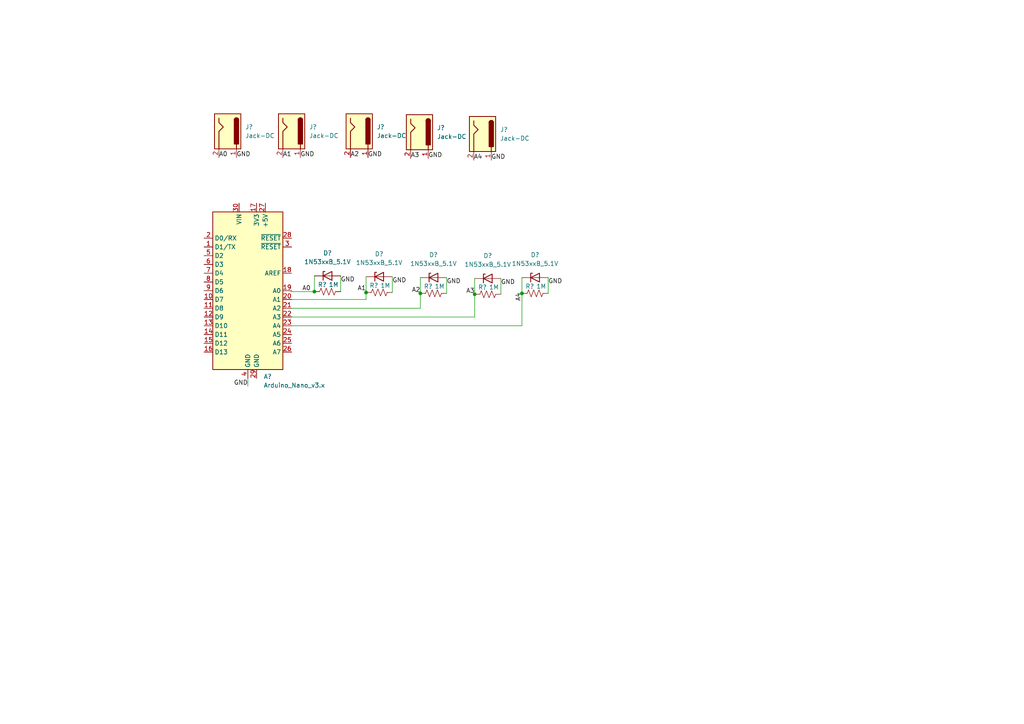
<source format=kicad_sch>
(kicad_sch (version 20211123) (generator eeschema)
  (paper "A4")
  (lib_symbols
    (symbol "Connector:Jack-DC" (pin_names (offset 1.016))
      (property "Reference" "J" (at 0 5.334 0))
      (property "Value" "Jack-DC" (at 0 -5.08 0))
      (symbol "Jack-DC_0_1"
        (rectangle (start -5.08 3.81) (end 5.08 -3.81) (stroke (width 0.254)) (fill (type background)))
        (arc (start -3.302 3.175) (mid -3.937 2.54) (end -3.302 1.905) (stroke (width 0.254)))
        (arc (start -3.302 3.175) (mid -3.937 2.54) (end -3.302 1.905) (stroke (width 0.254)) (fill (type outline)))
        (polyline (pts (xy 5.08 2.54) (xy 3.81 2.54)) (stroke (width 0.254)))
        (polyline (pts (xy -3.81 -2.54) (xy -2.54 -2.54) (xy -1.27 -1.27) (xy 0 -2.54) (xy 2.54 -2.54) (xy 5.08 -2.54)) (stroke (width 0.254)))
        (rectangle (start 3.683 3.175) (end -3.302 1.905) (stroke (width 0.254)) (fill (type outline)))
      )
      (symbol "Jack-DC_1_1"
        (pin passive line (at 7.62 2.54 180) (length 2.54) (name "~") (number "1"))
        (pin passive line (at 7.62 -2.54 180) (length 2.54) (name "~") (number "2"))
      )
    )
    (symbol "Device:R_US" (pin_numbers hide) (pin_names (offset 0))
      (property "Reference" "R" (at 2.54 0 90))
      (property "Value" "R_US" (at -2.54 0 90))
      (symbol "R_US_0_1"
        (polyline (pts (xy 0 -2.286) (xy 0 -2.54)))
        (polyline (pts (xy 0 2.286) (xy 0 2.54)))
        (polyline (pts (xy 0 -0.762) (xy 1.016 -1.143) (xy 0 -1.524) (xy -1.016 -1.905) (xy 0 -2.286)))
        (polyline (pts (xy 0 0.762) (xy 1.016 0.381) (xy 0 0) (xy -1.016 -0.381) (xy 0 -0.762)))
        (polyline (pts (xy 0 2.286) (xy 1.016 1.905) (xy 0 1.524) (xy -1.016 1.143) (xy 0 0.762)))
      )
      (symbol "R_US_1_1"
        (pin passive line (at 0 3.81 270) (length 1.27) (name "~") (number "1"))
        (pin passive line (at 0 -3.81 90) (length 1.27) (name "~") (number "2"))
      )
    )
    (symbol "Diode:1N53xxB" (pin_numbers hide) (pin_names (offset 1.016) hide)
      (property "Reference" "D" (at 0 2.54 0))
      (property "Value" "1N53xxB" (at 0 -2.54 0))
      (symbol "1N53xxB_0_1"
        (polyline (pts (xy 1.27 0) (xy -1.27 0)))
        (polyline (pts (xy -1.27 -1.27) (xy -1.27 1.27) (xy -0.762 1.27)) (stroke (width 0.254)))
        (polyline (pts (xy 1.27 -1.27) (xy 1.27 1.27) (xy -1.27 0) (xy 1.27 -1.27)) (stroke (width 0.254)))
      )
      (symbol "1N53xxB_1_1"
        (pin passive line (at -3.81 0 0) (length 2.54) (name "K") (number "1"))
        (pin passive line (at 3.81 0 180) (length 2.54) (name "A") (number "2"))
      )
    )
    (symbol "MCU_Module:Arduino_Nano_v3.x"
      (property "Reference" "A" (at -10.16 23.495 0))
      (property "Value" "Arduino_Nano_v3.x" (at 5.08 -24.13 0))
      (symbol "Arduino_Nano_v3.x_0_1"
        (rectangle (start -10.16 22.86) (end 10.16 -22.86) (stroke (width 0.254)) (fill (type background)))
      )
      (symbol "Arduino_Nano_v3.x_1_1"
        (pin bidirectional line (at -12.7 12.7 0) (length 2.54) (name "D1/TX") (number "1"))
        (pin bidirectional line (at -12.7 -2.54 0) (length 2.54) (name "D7") (number "10"))
        (pin bidirectional line (at -12.7 -5.08 0) (length 2.54) (name "D8") (number "11"))
        (pin bidirectional line (at -12.7 -7.62 0) (length 2.54) (name "D9") (number "12"))
        (pin bidirectional line (at -12.7 -10.16 0) (length 2.54) (name "D10") (number "13"))
        (pin bidirectional line (at -12.7 -12.7 0) (length 2.54) (name "D11") (number "14"))
        (pin bidirectional line (at -12.7 -15.24 0) (length 2.54) (name "D12") (number "15"))
        (pin bidirectional line (at -12.7 -17.78 0) (length 2.54) (name "D13") (number "16"))
        (pin power_out line (at 2.54 25.4 270) (length 2.54) (name "3V3") (number "17"))
        (pin input line (at 12.7 5.08 180) (length 2.54) (name "AREF") (number "18"))
        (pin bidirectional line (at 12.7 0 180) (length 2.54) (name "A0") (number "19"))
        (pin bidirectional line (at -12.7 15.24 0) (length 2.54) (name "D0/RX") (number "2"))
        (pin bidirectional line (at 12.7 -2.54 180) (length 2.54) (name "A1") (number "20"))
        (pin bidirectional line (at 12.7 -5.08 180) (length 2.54) (name "A2") (number "21"))
        (pin bidirectional line (at 12.7 -7.62 180) (length 2.54) (name "A3") (number "22"))
        (pin bidirectional line (at 12.7 -10.16 180) (length 2.54) (name "A4") (number "23"))
        (pin bidirectional line (at 12.7 -12.7 180) (length 2.54) (name "A5") (number "24"))
        (pin bidirectional line (at 12.7 -15.24 180) (length 2.54) (name "A6") (number "25"))
        (pin bidirectional line (at 12.7 -17.78 180) (length 2.54) (name "A7") (number "26"))
        (pin power_out line (at 5.08 25.4 270) (length 2.54) (name "+5V") (number "27"))
        (pin input line (at 12.7 15.24 180) (length 2.54) (name "~{RESET}") (number "28"))
        (pin power_in line (at 2.54 -25.4 90) (length 2.54) (name "GND") (number "29"))
        (pin input line (at 12.7 12.7 180) (length 2.54) (name "~{RESET}") (number "3"))
        (pin power_in line (at -2.54 25.4 270) (length 2.54) (name "VIN") (number "30"))
        (pin power_in line (at 0 -25.4 90) (length 2.54) (name "GND") (number "4"))
        (pin bidirectional line (at -12.7 10.16 0) (length 2.54) (name "D2") (number "5"))
        (pin bidirectional line (at -12.7 7.62 0) (length 2.54) (name "D3") (number "6"))
        (pin bidirectional line (at -12.7 5.08 0) (length 2.54) (name "D4") (number "7"))
        (pin bidirectional line (at -12.7 2.54 0) (length 2.54) (name "D5") (number "8"))
        (pin bidirectional line (at -12.7 0 0) (length 2.54) (name "D6") (number "9"))
      )
    )
  )
  (junction (at 137.668 85.344))
  (junction (at 121.92 85.09))
  (junction (at 106.172 84.836))
  (junction (at 151.384 85.09))
  (junction (at 91.186 84.582))
  (wire (pts (xy 137.668 91.948) (xy 84.582 91.948)))
  (wire (pts (xy 84.328 84.582) (xy 91.186 84.582)))
  (wire (pts (xy 137.668 80.772) (xy 137.668 85.344)))
  (wire (pts (xy 84.582 89.408) (xy 121.92 89.408)))
  (wire (pts (xy 151.384 80.518) (xy 151.384 85.09)))
  (wire (pts (xy 121.92 80.518) (xy 121.92 85.09)))
  (wire (pts (xy 151.384 94.488) (xy 84.582 94.488)))
  (wire (pts (xy 145.288 80.772) (xy 145.288 85.344)))
  (wire (pts (xy 98.806 80.01) (xy 98.806 84.582)))
  (wire (pts (xy 137.668 85.344) (xy 137.668 91.948)))
  (wire (pts (xy 106.172 84.836) (xy 106.172 86.868)))
  (wire (pts (xy 71.882 109.728) (xy 71.882 112.014)))
  (wire (pts (xy 151.384 85.09) (xy 151.384 94.488)))
  (wire (pts (xy 106.172 86.868) (xy 84.582 86.868)))
  (wire (pts (xy 113.792 80.264) (xy 113.792 84.836)))
  (wire (pts (xy 121.92 85.09) (xy 121.92 89.408)))
  (wire (pts (xy 106.172 80.264) (xy 106.172 84.836)))
  (wire (pts (xy 159.004 80.518) (xy 159.004 85.09)))
  (wire (pts (xy 91.186 80.01) (xy 91.186 84.582)))
  (wire (pts (xy 129.54 80.518) (xy 129.54 85.09)))
  (label "GND" (at 159.004 82.55 0))
  (label "A2" (at 121.92 85.09 180))
  (label "A2" (at 101.6508 45.72 0))
  (label "A1" (at 82.042 45.72 0))
  (label "A3" (at 137.668 85.344 180))
  (label "A4" (at 137.414 46.482 0))
  (label "GND" (at 142.494 46.482 0))
  (label "GND" (at 113.792 82.296 0))
  (label "A1" (at 106.172 84.582 180))
  (label "GND" (at 87.122 45.72 0))
  (label "GND" (at 129.54 82.55 0))
  (label "GND" (at 124.206 45.974 0))
  (label "GND" (at 106.7308 45.72 0))
  (label "GND" (at 98.806 82.042 0))
  (label "GND" (at 145.288 82.804 0))
  (label "A4" (at 151.384 84.836 270))
  (label "A0" (at 87.63 84.582 0))
  (label "A3" (at 119.126 45.974 0))
  (label "A0" (at 63.5 45.72 0))
  (label "GND" (at 68.58 45.72 0))
  (label "GND" (at 71.882 112.014 180))
  (symbol (lib_id "MCU_Module:Arduino_Nano_v3.x") (at 71.882 84.328 0) (unit 1)
    (property "Reference" "A?" (at 76.4414 109.22 0) (effects (justify left)))
    (property "Value" "Arduino_Nano_v3.x" (at 76.4414 111.76 0) (effects (justify left)))
    (property "Footprint" "Module:Arduino_Nano" (effects hide))
    (property "Datasheet" "http://www.mouser.com/pdfdocs/Gravitech_Arduino_Nano3_0.pdf" (effects hide))
  )
  (symbol (lib_id "Device:R_US") (at 109.982 84.836 90) (unit 1)
    (property "Reference" "R?" (at 108.458 82.804 90))
    (property "Value" "1M" (at 111.76 82.804 90))
  )
  (symbol (lib_id "Device:R_US") (at 94.996 84.582 90) (unit 1)
    (property "Reference" "R?" (at 93.472 82.55 90))
    (property "Value" "1M" (at 96.774 82.55 90))
  )
  (symbol (lib_id "Connector:Jack-DC") (at 66.04 38.1 270) (unit 1)
    (property "Reference" "J?" (at 71.12 36.8299 90) (effects (justify left)))
    (property "Value" "Jack-DC" (at 71.12 39.3699 90) (effects (justify left)))
    (property "Footprint" "audio_PJ317:PJ-317" (effects hide))
  )
  (symbol (lib_id "Diode:1N53xxB") (at 125.73 80.518 0) (unit 1)
    (property "Reference" "D?" (at 125.73 73.914 0))
    (property "Value" "1N53xxB_5.1V" (at 125.73 76.454 0))
    (property "Footprint" "Diode_THT:D_DO-201_P15.24mm_Horizontal" (effects hide))
    (property "Datasheet" "https://diotec.com/tl_files/diotec/files/pdf/datasheets/1n5345b.pdf" (effects hide))
  )
  (symbol (lib_id "Connector:Jack-DC") (at 121.666 38.354 270) (unit 1)
    (property "Reference" "J?" (at 126.746 37.0839 90) (effects (justify left)))
    (property "Value" "Jack-DC" (at 126.746 39.6239 90) (effects (justify left)))
    (property "Footprint" "audio_PJ317:PJ-317" (effects hide))
  )
  (symbol (lib_id "Diode:1N53xxB") (at 141.478 80.772 0) (unit 1)
    (property "Reference" "D?" (at 141.478 74.168 0))
    (property "Value" "1N53xxB_5.1V" (at 141.478 76.708 0))
    (property "Footprint" "Diode_THT:D_DO-201_P15.24mm_Horizontal" (effects hide))
    (property "Datasheet" "https://diotec.com/tl_files/diotec/files/pdf/datasheets/1n5345b.pdf" (effects hide))
  )
  (symbol (lib_id "Diode:1N53xxB") (at 94.996 80.01 0) (unit 1)
    (property "Reference" "D?" (at 94.996 73.406 0))
    (property "Value" "1N53xxB_5.1V" (at 94.996 75.946 0))
    (property "Footprint" "Diode_THT:D_DO-201_P15.24mm_Horizontal" (effects hide))
    (property "Datasheet" "https://diotec.com/tl_files/diotec/files/pdf/datasheets/1n5345b.pdf" (effects hide))
  )
  (symbol (lib_id "Device:R_US") (at 125.73 85.09 90) (unit 1)
    (property "Reference" "R?" (at 124.206 83.058 90))
    (property "Value" "1M" (at 127.508 83.058 90))
  )
  (symbol (lib_id "Connector:Jack-DC") (at 84.582 38.1 270) (unit 1)
    (property "Reference" "J?" (at 89.662 36.8299 90) (effects (justify left)))
    (property "Value" "Jack-DC" (at 89.662 39.3699 90) (effects (justify left)))
    (property "Footprint" "audio_PJ317:PJ-317" (effects hide))
  )
  (symbol (lib_id "Diode:1N53xxB") (at 155.194 80.518 0) (unit 1)
    (property "Reference" "D?" (at 155.194 73.914 0))
    (property "Value" "1N53xxB_5.1V" (at 155.194 76.454 0))
    (property "Footprint" "Diode_THT:D_DO-201_P15.24mm_Horizontal" (effects hide))
    (property "Datasheet" "https://diotec.com/tl_files/diotec/files/pdf/datasheets/1n5345b.pdf" (effects hide))
  )
  (symbol (lib_id "Device:R_US") (at 141.478 85.344 90) (unit 1)
    (property "Reference" "R?" (at 139.954 83.312 90))
    (property "Value" "1M" (at 143.256 83.312 90))
  )
  (symbol (lib_id "Connector:Jack-DC") (at 104.1908 38.1 270) (unit 1)
    (property "Reference" "J?" (at 109.2708 36.8299 90) (effects (justify left)))
    (property "Value" "Jack-DC" (at 109.2708 39.3699 90) (effects (justify left)))
    (property "Footprint" "audio_PJ317:PJ-317" (effects hide))
  )
  (symbol (lib_id "Connector:Jack-DC") (at 139.954 38.862 270) (unit 1)
    (property "Reference" "J?" (at 145.034 37.5919 90) (effects (justify left)))
    (property "Value" "Jack-DC" (at 145.034 40.1319 90) (effects (justify left)))
    (property "Footprint" "audio_PJ317:PJ-317" (effects hide))
  )
  (symbol (lib_id "Device:R_US") (at 155.194 85.09 90) (unit 1)
    (property "Reference" "R?" (at 153.67 83.058 90))
    (property "Value" "1M" (at 156.972 83.058 90))
  )
  (symbol (lib_id "Diode:1N53xxB") (at 109.982 80.264 0) (unit 1)
    (property "Reference" "D?" (at 109.982 73.66 0))
    (property "Value" "1N53xxB_5.1V" (at 109.982 76.2 0))
    (property "Footprint" "Diode_THT:D_DO-201_P15.24mm_Horizontal" (effects hide))
    (property "Datasheet" "https://diotec.com/tl_files/diotec/files/pdf/datasheets/1n5345b.pdf" (effects hide))
  )
)
</source>
